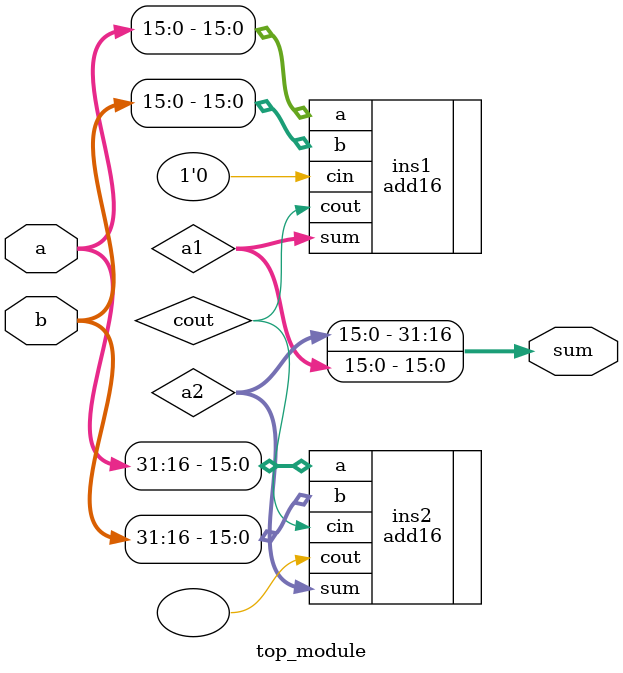
<source format=v>
module top_module(
    input [31:0] a,
    input [31:0] b,
    output [31:0] sum
);
    wire [15:0] a1,a2;
    wire cout;
    add16 ins1 ( .a(a[15:0]), .b(b[15:0]), .cin(1'b0), .sum(a1), .cout(cout) );
    add16 ins2 ( .a(a[31:16]), .b(b[31:16]), .cin(cout), .sum(a2), .cout() );
    assign sum = {a2,a1};
endmodule

</source>
